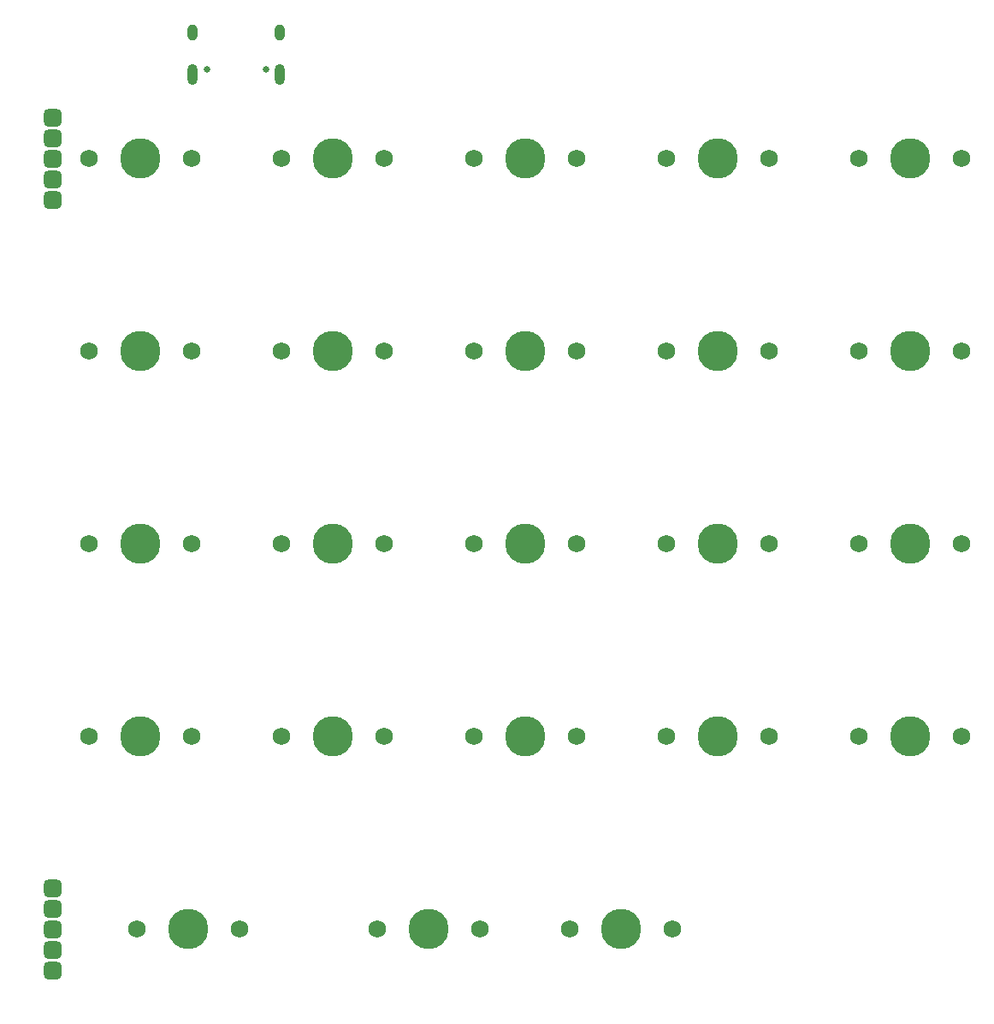
<source format=gts>
%TF.GenerationSoftware,KiCad,Pcbnew,(5.1.12)-1*%
%TF.CreationDate,2022-01-04T22:53:54-05:00*%
%TF.ProjectId,my-keeb-type-c-2,6d792d6b-6565-4622-9d74-7970652d632d,rev?*%
%TF.SameCoordinates,Original*%
%TF.FileFunction,Soldermask,Top*%
%TF.FilePolarity,Negative*%
%FSLAX46Y46*%
G04 Gerber Fmt 4.6, Leading zero omitted, Abs format (unit mm)*
G04 Created by KiCad (PCBNEW (5.1.12)-1) date 2022-01-04 22:53:54*
%MOMM*%
%LPD*%
G01*
G04 APERTURE LIST*
%ADD10C,1.750000*%
%ADD11C,3.987800*%
%ADD12C,0.650000*%
%ADD13O,1.000000X2.100000*%
%ADD14O,1.000000X1.600000*%
G04 APERTURE END LIST*
D10*
%TO.C,MX25*%
X131286250Y-50006250D03*
X121126250Y-50006250D03*
D11*
X126206250Y-50006250D03*
%TD*%
D10*
%TO.C,MX26*%
X131286250Y-69056250D03*
X121126250Y-69056250D03*
D11*
X126206250Y-69056250D03*
%TD*%
%TO.C,M2*%
G36*
G01*
X118418300Y-102685850D02*
X118418300Y-103562150D01*
G75*
G02*
X117980150Y-104000300I-438150J0D01*
G01*
X117103850Y-104000300D01*
G75*
G02*
X116665700Y-103562150I0J438150D01*
G01*
X116665700Y-102685850D01*
G75*
G02*
X117103850Y-102247700I438150J0D01*
G01*
X117980150Y-102247700D01*
G75*
G02*
X118418300Y-102685850I0J-438150D01*
G01*
G37*
G36*
G01*
X118418300Y-104717850D02*
X118418300Y-105594150D01*
G75*
G02*
X117980150Y-106032300I-438150J0D01*
G01*
X117103850Y-106032300D01*
G75*
G02*
X116665700Y-105594150I0J438150D01*
G01*
X116665700Y-104717850D01*
G75*
G02*
X117103850Y-104279700I438150J0D01*
G01*
X117980150Y-104279700D01*
G75*
G02*
X118418300Y-104717850I0J-438150D01*
G01*
G37*
G36*
G01*
X118418300Y-106749850D02*
X118418300Y-107626150D01*
G75*
G02*
X117980150Y-108064300I-438150J0D01*
G01*
X117103850Y-108064300D01*
G75*
G02*
X116665700Y-107626150I0J438150D01*
G01*
X116665700Y-106749850D01*
G75*
G02*
X117103850Y-106311700I438150J0D01*
G01*
X117980150Y-106311700D01*
G75*
G02*
X118418300Y-106749850I0J-438150D01*
G01*
G37*
G36*
G01*
X118418300Y-108781850D02*
X118418300Y-109658150D01*
G75*
G02*
X117980150Y-110096300I-438150J0D01*
G01*
X117103850Y-110096300D01*
G75*
G02*
X116665700Y-109658150I0J438150D01*
G01*
X116665700Y-108781850D01*
G75*
G02*
X117103850Y-108343700I438150J0D01*
G01*
X117980150Y-108343700D01*
G75*
G02*
X118418300Y-108781850I0J-438150D01*
G01*
G37*
G36*
G01*
X118418300Y-110813850D02*
X118418300Y-111690150D01*
G75*
G02*
X117980150Y-112128300I-438150J0D01*
G01*
X117103850Y-112128300D01*
G75*
G02*
X116665700Y-111690150I0J438150D01*
G01*
X116665700Y-110813850D01*
G75*
G02*
X117103850Y-110375700I438150J0D01*
G01*
X117980150Y-110375700D01*
G75*
G02*
X118418300Y-110813850I0J-438150D01*
G01*
G37*
%TD*%
%TO.C,M1*%
G36*
G01*
X116663700Y-35490150D02*
X116663700Y-34613850D01*
G75*
G02*
X117101850Y-34175700I438150J0D01*
G01*
X117978150Y-34175700D01*
G75*
G02*
X118416300Y-34613850I0J-438150D01*
G01*
X118416300Y-35490150D01*
G75*
G02*
X117978150Y-35928300I-438150J0D01*
G01*
X117101850Y-35928300D01*
G75*
G02*
X116663700Y-35490150I0J438150D01*
G01*
G37*
G36*
G01*
X116663700Y-33458150D02*
X116663700Y-32581850D01*
G75*
G02*
X117101850Y-32143700I438150J0D01*
G01*
X117978150Y-32143700D01*
G75*
G02*
X118416300Y-32581850I0J-438150D01*
G01*
X118416300Y-33458150D01*
G75*
G02*
X117978150Y-33896300I-438150J0D01*
G01*
X117101850Y-33896300D01*
G75*
G02*
X116663700Y-33458150I0J438150D01*
G01*
G37*
G36*
G01*
X116663700Y-31426150D02*
X116663700Y-30549850D01*
G75*
G02*
X117101850Y-30111700I438150J0D01*
G01*
X117978150Y-30111700D01*
G75*
G02*
X118416300Y-30549850I0J-438150D01*
G01*
X118416300Y-31426150D01*
G75*
G02*
X117978150Y-31864300I-438150J0D01*
G01*
X117101850Y-31864300D01*
G75*
G02*
X116663700Y-31426150I0J438150D01*
G01*
G37*
G36*
G01*
X116663700Y-29394150D02*
X116663700Y-28517850D01*
G75*
G02*
X117101850Y-28079700I438150J0D01*
G01*
X117978150Y-28079700D01*
G75*
G02*
X118416300Y-28517850I0J-438150D01*
G01*
X118416300Y-29394150D01*
G75*
G02*
X117978150Y-29832300I-438150J0D01*
G01*
X117101850Y-29832300D01*
G75*
G02*
X116663700Y-29394150I0J438150D01*
G01*
G37*
G36*
G01*
X116663700Y-27362150D02*
X116663700Y-26485850D01*
G75*
G02*
X117101850Y-26047700I438150J0D01*
G01*
X117978150Y-26047700D01*
G75*
G02*
X118416300Y-26485850I0J-438150D01*
G01*
X118416300Y-27362150D01*
G75*
G02*
X117978150Y-27800300I-438150J0D01*
G01*
X117101850Y-27800300D01*
G75*
G02*
X116663700Y-27362150I0J438150D01*
G01*
G37*
%TD*%
D10*
%TO.C,MX24*%
X131286250Y-30956250D03*
X121126250Y-30956250D03*
D11*
X126206250Y-30956250D03*
%TD*%
D10*
%TO.C,MX46*%
X207486250Y-88106250D03*
X197326250Y-88106250D03*
D11*
X202406250Y-88106250D03*
%TD*%
D10*
%TO.C,MX42*%
X188436250Y-88106250D03*
X178276250Y-88106250D03*
D11*
X183356250Y-88106250D03*
%TD*%
D10*
%TO.C,MX39*%
X188436250Y-30956250D03*
X178276250Y-30956250D03*
D11*
X183356250Y-30956250D03*
%TD*%
D12*
%TO.C,USB1*%
X138621250Y-22125000D03*
X132841250Y-22125000D03*
D13*
X131411250Y-22655000D03*
X140051250Y-22655000D03*
D14*
X131411250Y-18475000D03*
X140051250Y-18475000D03*
%TD*%
D10*
%TO.C,MX45*%
X207486250Y-69056250D03*
X197326250Y-69056250D03*
D11*
X202406250Y-69056250D03*
%TD*%
D10*
%TO.C,MX44*%
X207486250Y-50006250D03*
X197326250Y-50006250D03*
D11*
X202406250Y-50006250D03*
%TD*%
D10*
%TO.C,MX43*%
X207486250Y-30956250D03*
X197326250Y-30956250D03*
D11*
X202406250Y-30956250D03*
%TD*%
D10*
%TO.C,MX41*%
X188436250Y-69056250D03*
X178276250Y-69056250D03*
D11*
X183356250Y-69056250D03*
%TD*%
D10*
%TO.C,MX40*%
X188436250Y-50006250D03*
X178276250Y-50006250D03*
D11*
X183356250Y-50006250D03*
%TD*%
D10*
%TO.C,MX38*%
X178911250Y-107156250D03*
X168751250Y-107156250D03*
D11*
X173831250Y-107156250D03*
%TD*%
D10*
%TO.C,MX37*%
X169386250Y-88106250D03*
X159226250Y-88106250D03*
D11*
X164306250Y-88106250D03*
%TD*%
D10*
%TO.C,MX36*%
X169386250Y-69056250D03*
X159226250Y-69056250D03*
D11*
X164306250Y-69056250D03*
%TD*%
D10*
%TO.C,MX35*%
X169386250Y-50006250D03*
X159226250Y-50006250D03*
D11*
X164306250Y-50006250D03*
%TD*%
D10*
%TO.C,MX34*%
X169386250Y-30956250D03*
X159226250Y-30956250D03*
D11*
X164306250Y-30956250D03*
%TD*%
D10*
%TO.C,MX33*%
X159861250Y-107156250D03*
X149701250Y-107156250D03*
D11*
X154781250Y-107156250D03*
%TD*%
D10*
%TO.C,MX32*%
X150336250Y-88106250D03*
X140176250Y-88106250D03*
D11*
X145256250Y-88106250D03*
%TD*%
D10*
%TO.C,MX31*%
X150336250Y-69056250D03*
X140176250Y-69056250D03*
D11*
X145256250Y-69056250D03*
%TD*%
D10*
%TO.C,MX30*%
X150336250Y-50006250D03*
X140176250Y-50006250D03*
D11*
X145256250Y-50006250D03*
%TD*%
D10*
%TO.C,MX29*%
X150336250Y-30956250D03*
X140176250Y-30956250D03*
D11*
X145256250Y-30956250D03*
%TD*%
D10*
%TO.C,MX28*%
X136048750Y-107156250D03*
X125888750Y-107156250D03*
D11*
X130968750Y-107156250D03*
%TD*%
D10*
%TO.C,MX27*%
X131286250Y-88106250D03*
X121126250Y-88106250D03*
D11*
X126206250Y-88106250D03*
%TD*%
M02*

</source>
